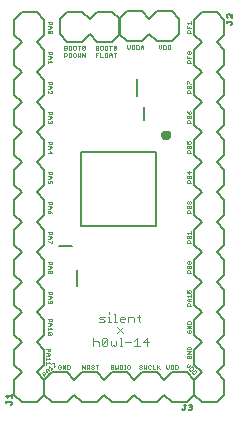
<source format=gbr>
G04 EAGLE Gerber RS-274X export*
G75*
%MOMM*%
%FSLAX34Y34*%
%LPD*%
%INSilkscreen Top*%
%IPPOS*%
%AMOC8*
5,1,8,0,0,1.08239X$1,22.5*%
G01*
%ADD10C,0.076200*%
%ADD11C,0.101600*%
%ADD12C,0.200000*%
%ADD13C,0.400000*%
%ADD14C,0.203200*%
%ADD15C,0.127000*%


D10*
X83864Y36155D02*
X83313Y36706D01*
X82212Y36706D01*
X81661Y36155D01*
X81661Y35604D01*
X82212Y35053D01*
X83313Y35053D01*
X83864Y34503D01*
X83864Y33952D01*
X83313Y33401D01*
X82212Y33401D01*
X81661Y33952D01*
X85403Y33401D02*
X85403Y36706D01*
X86505Y34503D02*
X85403Y33401D01*
X86505Y34503D02*
X87606Y33401D01*
X87606Y36706D01*
X89145Y36706D02*
X89145Y33401D01*
X90798Y33401D01*
X91348Y33952D01*
X91348Y36155D01*
X90798Y36706D01*
X89145Y36706D01*
X92887Y33401D02*
X93989Y33401D01*
X93438Y33401D02*
X93438Y36706D01*
X92887Y36706D02*
X93989Y36706D01*
X95933Y36706D02*
X97034Y36706D01*
X95933Y36706D02*
X95382Y36155D01*
X95382Y33952D01*
X95933Y33401D01*
X97034Y33401D01*
X97585Y33952D01*
X97585Y36155D01*
X97034Y36706D01*
X107443Y36706D02*
X107994Y36155D01*
X107443Y36706D02*
X106342Y36706D01*
X105791Y36155D01*
X105791Y35604D01*
X106342Y35053D01*
X107443Y35053D01*
X107994Y34503D01*
X107994Y33952D01*
X107443Y33401D01*
X106342Y33401D01*
X105791Y33952D01*
X109533Y33401D02*
X109533Y36706D01*
X110635Y34503D02*
X109533Y33401D01*
X110635Y34503D02*
X111736Y33401D01*
X111736Y36706D01*
X114928Y36706D02*
X115478Y36155D01*
X114928Y36706D02*
X113826Y36706D01*
X113275Y36155D01*
X113275Y33952D01*
X113826Y33401D01*
X114928Y33401D01*
X115478Y33952D01*
X117017Y33401D02*
X117017Y36706D01*
X117017Y33401D02*
X119220Y33401D01*
X120759Y33401D02*
X120759Y36706D01*
X120759Y34503D02*
X122962Y36706D01*
X121310Y35053D02*
X122962Y33401D01*
X57531Y33401D02*
X57531Y36706D01*
X59734Y33401D01*
X59734Y36706D01*
X61273Y36706D02*
X61273Y33401D01*
X61273Y36706D02*
X62925Y36706D01*
X63476Y36155D01*
X63476Y35053D01*
X62925Y34503D01*
X61273Y34503D01*
X62375Y34503D02*
X63476Y33401D01*
X66668Y36706D02*
X67218Y36155D01*
X66668Y36706D02*
X65566Y36706D01*
X65015Y36155D01*
X65015Y35604D01*
X65566Y35053D01*
X66668Y35053D01*
X67218Y34503D01*
X67218Y33952D01*
X66668Y33401D01*
X65566Y33401D01*
X65015Y33952D01*
X69859Y33401D02*
X69859Y36706D01*
X70960Y36706D02*
X68757Y36706D01*
X39414Y36155D02*
X38863Y36706D01*
X37762Y36706D01*
X37211Y36155D01*
X37211Y33952D01*
X37762Y33401D01*
X38863Y33401D01*
X39414Y33952D01*
X39414Y35053D01*
X38313Y35053D01*
X40953Y33401D02*
X40953Y36706D01*
X43156Y33401D01*
X43156Y36706D01*
X44695Y36706D02*
X44695Y33401D01*
X46348Y33401D01*
X46898Y33952D01*
X46898Y36155D01*
X46348Y36706D01*
X44695Y36706D01*
X128651Y36706D02*
X128651Y34503D01*
X129753Y33401D01*
X130854Y34503D01*
X130854Y36706D01*
X132393Y36706D02*
X132393Y33401D01*
X134045Y33401D01*
X134596Y33952D01*
X134596Y36155D01*
X134045Y36706D01*
X132393Y36706D01*
X136135Y36706D02*
X136135Y33401D01*
X137788Y33401D01*
X138338Y33952D01*
X138338Y36155D01*
X137788Y36706D01*
X136135Y36706D01*
X146174Y43943D02*
X146725Y44494D01*
X146174Y43943D02*
X146174Y42842D01*
X146725Y42291D01*
X148928Y42291D01*
X149479Y42842D01*
X149479Y43943D01*
X148928Y44494D01*
X147827Y44494D01*
X147827Y43393D01*
X149479Y46033D02*
X146174Y46033D01*
X149479Y48236D01*
X146174Y48236D01*
X146174Y49775D02*
X149479Y49775D01*
X149479Y51428D01*
X148928Y51978D01*
X146725Y51978D01*
X146174Y51428D01*
X146174Y49775D01*
X146174Y65533D02*
X146725Y66084D01*
X146174Y65533D02*
X146174Y64432D01*
X146725Y63881D01*
X148928Y63881D01*
X149479Y64432D01*
X149479Y65533D01*
X148928Y66084D01*
X147827Y66084D01*
X147827Y64983D01*
X149479Y67623D02*
X146174Y67623D01*
X149479Y69826D01*
X146174Y69826D01*
X146174Y71365D02*
X149479Y71365D01*
X149479Y73018D01*
X148928Y73568D01*
X146725Y73568D01*
X146174Y73018D01*
X146174Y71365D01*
X147502Y38051D02*
X145944Y36493D01*
X145944Y34935D01*
X147502Y34935D01*
X149059Y36493D01*
X150148Y35405D02*
X147811Y33068D01*
X148979Y31900D01*
X149758Y31900D01*
X151316Y33457D01*
X151316Y34236D01*
X150148Y35405D01*
X152794Y32759D02*
X150457Y30422D01*
X151625Y29253D01*
X152404Y29253D01*
X153962Y30811D01*
X153962Y31590D01*
X152794Y32759D01*
X122301Y305013D02*
X122301Y307216D01*
X122301Y305013D02*
X123403Y303911D01*
X124504Y305013D01*
X124504Y307216D01*
X126043Y307216D02*
X126043Y303911D01*
X127695Y303911D01*
X128246Y304462D01*
X128246Y306665D01*
X127695Y307216D01*
X126043Y307216D01*
X129785Y307216D02*
X129785Y303911D01*
X131438Y303911D01*
X131988Y304462D01*
X131988Y306665D01*
X131438Y307216D01*
X129785Y307216D01*
X95631Y307216D02*
X95631Y305013D01*
X96733Y303911D01*
X97834Y305013D01*
X97834Y307216D01*
X99373Y307216D02*
X99373Y303911D01*
X101025Y303911D01*
X101576Y304462D01*
X101576Y306665D01*
X101025Y307216D01*
X99373Y307216D01*
X103115Y307216D02*
X103115Y303911D01*
X104768Y303911D01*
X105318Y304462D01*
X105318Y306665D01*
X104768Y307216D01*
X103115Y307216D01*
X106857Y306114D02*
X106857Y303911D01*
X106857Y306114D02*
X107959Y307216D01*
X109060Y306114D01*
X109060Y303911D01*
X109060Y305563D02*
X106857Y305563D01*
X30356Y50419D02*
X27051Y50419D01*
X30356Y50419D02*
X30356Y48767D01*
X29805Y48216D01*
X28703Y48216D01*
X28153Y48767D01*
X28153Y50419D01*
X27051Y46677D02*
X29254Y46677D01*
X30356Y45575D01*
X29254Y44474D01*
X27051Y44474D01*
X28703Y44474D02*
X28703Y46677D01*
X29254Y42935D02*
X30356Y41833D01*
X27051Y41833D01*
X27051Y40732D02*
X27051Y42935D01*
X29254Y39193D02*
X30356Y38091D01*
X27051Y38091D01*
X27051Y36990D02*
X27051Y39193D01*
X23063Y29546D02*
X25400Y27209D01*
X23063Y29546D02*
X24232Y30714D01*
X25010Y30714D01*
X25789Y29935D01*
X25789Y29156D01*
X24621Y27988D01*
X28046Y29855D02*
X26488Y31413D01*
X26488Y32971D01*
X28046Y32971D01*
X29604Y31413D01*
X28435Y32581D02*
X26878Y31023D01*
X29134Y34059D02*
X29134Y35617D01*
X31471Y33280D01*
X30692Y32501D02*
X32250Y34059D01*
X33338Y35147D02*
X34896Y36705D01*
X33338Y35147D02*
X33338Y38263D01*
X32949Y38652D01*
X32170Y38652D01*
X31391Y37873D01*
X31391Y37094D01*
X31626Y75819D02*
X28321Y75819D01*
X31626Y75819D02*
X31626Y74167D01*
X31075Y73616D01*
X29973Y73616D01*
X29423Y74167D01*
X29423Y75819D01*
X28321Y72077D02*
X30524Y72077D01*
X31626Y70975D01*
X30524Y69874D01*
X28321Y69874D01*
X29973Y69874D02*
X29973Y72077D01*
X30524Y68335D02*
X31626Y67233D01*
X28321Y67233D01*
X28321Y66132D02*
X28321Y68335D01*
X28872Y64593D02*
X31075Y64593D01*
X31626Y64042D01*
X31626Y62940D01*
X31075Y62390D01*
X28872Y62390D01*
X28321Y62940D01*
X28321Y64042D01*
X28872Y64593D01*
X31075Y62390D01*
X31626Y98679D02*
X28321Y98679D01*
X31626Y98679D02*
X31626Y97027D01*
X31075Y96476D01*
X29973Y96476D01*
X29423Y97027D01*
X29423Y98679D01*
X28321Y94937D02*
X30524Y94937D01*
X31626Y93835D01*
X30524Y92734D01*
X28321Y92734D01*
X29973Y92734D02*
X29973Y94937D01*
X28872Y91195D02*
X28321Y90644D01*
X28321Y89542D01*
X28872Y88992D01*
X31075Y88992D01*
X31626Y89542D01*
X31626Y90644D01*
X31075Y91195D01*
X30524Y91195D01*
X29973Y90644D01*
X29973Y88992D01*
X28321Y124079D02*
X31626Y124079D01*
X31626Y122427D01*
X31075Y121876D01*
X29973Y121876D01*
X29423Y122427D01*
X29423Y124079D01*
X28321Y120337D02*
X30524Y120337D01*
X31626Y119235D01*
X30524Y118134D01*
X28321Y118134D01*
X29973Y118134D02*
X29973Y120337D01*
X31075Y116595D02*
X31626Y116044D01*
X31626Y114942D01*
X31075Y114392D01*
X30524Y114392D01*
X29973Y114942D01*
X29423Y114392D01*
X28872Y114392D01*
X28321Y114942D01*
X28321Y116044D01*
X28872Y116595D01*
X29423Y116595D01*
X29973Y116044D01*
X30524Y116595D01*
X31075Y116595D01*
X29973Y116044D02*
X29973Y114942D01*
X28321Y149479D02*
X31626Y149479D01*
X31626Y147827D01*
X31075Y147276D01*
X29973Y147276D01*
X29423Y147827D01*
X29423Y149479D01*
X28321Y145737D02*
X30524Y145737D01*
X31626Y144635D01*
X30524Y143534D01*
X28321Y143534D01*
X29973Y143534D02*
X29973Y145737D01*
X31626Y141995D02*
X31626Y139792D01*
X31075Y139792D01*
X28872Y141995D01*
X28321Y141995D01*
X28321Y174879D02*
X31626Y174879D01*
X31626Y173227D01*
X31075Y172676D01*
X29973Y172676D01*
X29423Y173227D01*
X29423Y174879D01*
X28321Y171137D02*
X30524Y171137D01*
X31626Y170035D01*
X30524Y168934D01*
X28321Y168934D01*
X29973Y168934D02*
X29973Y171137D01*
X31075Y166293D02*
X31626Y165192D01*
X31075Y166293D02*
X29973Y167395D01*
X28872Y167395D01*
X28321Y166844D01*
X28321Y165742D01*
X28872Y165192D01*
X29423Y165192D01*
X29973Y165742D01*
X29973Y167395D01*
X28321Y200279D02*
X31626Y200279D01*
X31626Y198627D01*
X31075Y198076D01*
X29973Y198076D01*
X29423Y198627D01*
X29423Y200279D01*
X28321Y196537D02*
X30524Y196537D01*
X31626Y195435D01*
X30524Y194334D01*
X28321Y194334D01*
X29973Y194334D02*
X29973Y196537D01*
X31626Y192795D02*
X31626Y190592D01*
X31626Y192795D02*
X29973Y192795D01*
X30524Y191693D01*
X30524Y191142D01*
X29973Y190592D01*
X28872Y190592D01*
X28321Y191142D01*
X28321Y192244D01*
X28872Y192795D01*
X28321Y225679D02*
X31626Y225679D01*
X31626Y224027D01*
X31075Y223476D01*
X29973Y223476D01*
X29423Y224027D01*
X29423Y225679D01*
X28321Y221937D02*
X30524Y221937D01*
X31626Y220835D01*
X30524Y219734D01*
X28321Y219734D01*
X29973Y219734D02*
X29973Y221937D01*
X28321Y216542D02*
X31626Y216542D01*
X29973Y218195D01*
X29973Y215992D01*
X28321Y251079D02*
X31626Y251079D01*
X31626Y249427D01*
X31075Y248876D01*
X29973Y248876D01*
X29423Y249427D01*
X29423Y251079D01*
X28321Y247337D02*
X30524Y247337D01*
X31626Y246235D01*
X30524Y245134D01*
X28321Y245134D01*
X29973Y245134D02*
X29973Y247337D01*
X31075Y243595D02*
X31626Y243044D01*
X31626Y241942D01*
X31075Y241392D01*
X30524Y241392D01*
X29973Y241942D01*
X29973Y242493D01*
X29973Y241942D02*
X29423Y241392D01*
X28872Y241392D01*
X28321Y241942D01*
X28321Y243044D01*
X28872Y243595D01*
X28321Y276479D02*
X31626Y276479D01*
X31626Y274827D01*
X31075Y274276D01*
X29973Y274276D01*
X29423Y274827D01*
X29423Y276479D01*
X28321Y272737D02*
X30524Y272737D01*
X31626Y271635D01*
X30524Y270534D01*
X28321Y270534D01*
X29973Y270534D02*
X29973Y272737D01*
X28321Y268995D02*
X28321Y266792D01*
X28321Y268995D02*
X30524Y266792D01*
X31075Y266792D01*
X31626Y267342D01*
X31626Y268444D01*
X31075Y268995D01*
X31626Y301879D02*
X28321Y301879D01*
X31626Y301879D02*
X31626Y300227D01*
X31075Y299676D01*
X29973Y299676D01*
X29423Y300227D01*
X29423Y301879D01*
X28321Y298137D02*
X30524Y298137D01*
X31626Y297035D01*
X30524Y295934D01*
X28321Y295934D01*
X29973Y295934D02*
X29973Y298137D01*
X30524Y294395D02*
X31626Y293293D01*
X28321Y293293D01*
X28321Y292192D02*
X28321Y294395D01*
X28321Y327279D02*
X31626Y327279D01*
X31626Y325627D01*
X31075Y325076D01*
X29973Y325076D01*
X29423Y325627D01*
X29423Y327279D01*
X28321Y323537D02*
X30524Y323537D01*
X31626Y322435D01*
X30524Y321334D01*
X28321Y321334D01*
X29973Y321334D02*
X29973Y323537D01*
X28872Y319795D02*
X31075Y319795D01*
X31626Y319244D01*
X31626Y318142D01*
X31075Y317592D01*
X28872Y317592D01*
X28321Y318142D01*
X28321Y319244D01*
X28872Y319795D01*
X31075Y317592D01*
X146174Y86741D02*
X149479Y86741D01*
X146174Y86741D02*
X146174Y88393D01*
X146725Y88944D01*
X147827Y88944D01*
X148377Y88393D01*
X148377Y86741D01*
X149479Y90483D02*
X147276Y90483D01*
X146174Y91585D01*
X147276Y92686D01*
X149479Y92686D01*
X147827Y92686D02*
X147827Y90483D01*
X147276Y94225D02*
X146174Y95327D01*
X149479Y95327D01*
X149479Y96428D02*
X149479Y94225D01*
X146174Y97967D02*
X146174Y100170D01*
X146174Y97967D02*
X147827Y97967D01*
X147276Y99069D01*
X147276Y99620D01*
X147827Y100170D01*
X148928Y100170D01*
X149479Y99620D01*
X149479Y98518D01*
X148928Y97967D01*
X149479Y114681D02*
X146174Y114681D01*
X146174Y116333D01*
X146725Y116884D01*
X147827Y116884D01*
X148377Y116333D01*
X148377Y114681D01*
X149479Y118423D02*
X146174Y118423D01*
X146174Y120075D01*
X146725Y120626D01*
X147276Y120626D01*
X147827Y120075D01*
X148377Y120626D01*
X148928Y120626D01*
X149479Y120075D01*
X149479Y118423D01*
X147827Y118423D02*
X147827Y120075D01*
X148928Y122165D02*
X146725Y122165D01*
X146174Y122716D01*
X146174Y123818D01*
X146725Y124368D01*
X148928Y124368D01*
X149479Y123818D01*
X149479Y122716D01*
X148928Y122165D01*
X146725Y124368D01*
X146174Y140081D02*
X149479Y140081D01*
X146174Y140081D02*
X146174Y141733D01*
X146725Y142284D01*
X147827Y142284D01*
X148377Y141733D01*
X148377Y140081D01*
X149479Y143823D02*
X146174Y143823D01*
X146174Y145475D01*
X146725Y146026D01*
X147276Y146026D01*
X147827Y145475D01*
X148377Y146026D01*
X148928Y146026D01*
X149479Y145475D01*
X149479Y143823D01*
X147827Y143823D02*
X147827Y145475D01*
X147276Y147565D02*
X146174Y148667D01*
X149479Y148667D01*
X149479Y149768D02*
X149479Y147565D01*
X149479Y165481D02*
X146174Y165481D01*
X146174Y167133D01*
X146725Y167684D01*
X147827Y167684D01*
X148377Y167133D01*
X148377Y165481D01*
X149479Y169223D02*
X146174Y169223D01*
X146174Y170875D01*
X146725Y171426D01*
X147276Y171426D01*
X147827Y170875D01*
X148377Y171426D01*
X148928Y171426D01*
X149479Y170875D01*
X149479Y169223D01*
X147827Y169223D02*
X147827Y170875D01*
X146725Y172965D02*
X146174Y173516D01*
X146174Y174618D01*
X146725Y175168D01*
X147276Y175168D01*
X147827Y174618D01*
X147827Y174067D01*
X147827Y174618D02*
X148377Y175168D01*
X148928Y175168D01*
X149479Y174618D01*
X149479Y173516D01*
X148928Y172965D01*
X149479Y190881D02*
X146174Y190881D01*
X146174Y192533D01*
X146725Y193084D01*
X147827Y193084D01*
X148377Y192533D01*
X148377Y190881D01*
X149479Y194623D02*
X146174Y194623D01*
X146174Y196275D01*
X146725Y196826D01*
X147276Y196826D01*
X147827Y196275D01*
X148377Y196826D01*
X148928Y196826D01*
X149479Y196275D01*
X149479Y194623D01*
X147827Y194623D02*
X147827Y196275D01*
X149479Y200018D02*
X146174Y200018D01*
X147827Y198365D01*
X147827Y200568D01*
X149479Y216281D02*
X146174Y216281D01*
X146174Y217933D01*
X146725Y218484D01*
X147827Y218484D01*
X148377Y217933D01*
X148377Y216281D01*
X149479Y220023D02*
X146174Y220023D01*
X146174Y221675D01*
X146725Y222226D01*
X147276Y222226D01*
X147827Y221675D01*
X148377Y222226D01*
X148928Y222226D01*
X149479Y221675D01*
X149479Y220023D01*
X147827Y220023D02*
X147827Y221675D01*
X146174Y223765D02*
X146174Y225968D01*
X146174Y223765D02*
X147827Y223765D01*
X147276Y224867D01*
X147276Y225418D01*
X147827Y225968D01*
X148928Y225968D01*
X149479Y225418D01*
X149479Y224316D01*
X148928Y223765D01*
X149479Y241681D02*
X146174Y241681D01*
X146174Y243333D01*
X146725Y243884D01*
X147827Y243884D01*
X148377Y243333D01*
X148377Y241681D01*
X149479Y245423D02*
X146174Y245423D01*
X146174Y247075D01*
X146725Y247626D01*
X147276Y247626D01*
X147827Y247075D01*
X148377Y247626D01*
X148928Y247626D01*
X149479Y247075D01*
X149479Y245423D01*
X147827Y245423D02*
X147827Y247075D01*
X146725Y250267D02*
X146174Y251368D01*
X146725Y250267D02*
X147827Y249165D01*
X148928Y249165D01*
X149479Y249716D01*
X149479Y250818D01*
X148928Y251368D01*
X148377Y251368D01*
X147827Y250818D01*
X147827Y249165D01*
X149479Y267081D02*
X146174Y267081D01*
X146174Y268733D01*
X146725Y269284D01*
X147827Y269284D01*
X148377Y268733D01*
X148377Y267081D01*
X149479Y270823D02*
X146174Y270823D01*
X146174Y272475D01*
X146725Y273026D01*
X147276Y273026D01*
X147827Y272475D01*
X148377Y273026D01*
X148928Y273026D01*
X149479Y272475D01*
X149479Y270823D01*
X147827Y270823D02*
X147827Y272475D01*
X146174Y274565D02*
X146174Y276768D01*
X146725Y276768D01*
X148928Y274565D01*
X149479Y274565D01*
X149479Y292481D02*
X146174Y292481D01*
X146174Y294133D01*
X146725Y294684D01*
X147827Y294684D01*
X148377Y294133D01*
X148377Y292481D01*
X149479Y296223D02*
X146174Y296223D01*
X146174Y298426D01*
X147827Y297325D02*
X147827Y296223D01*
X148928Y299965D02*
X146725Y299965D01*
X146174Y300516D01*
X146174Y301618D01*
X146725Y302168D01*
X148928Y302168D01*
X149479Y301618D01*
X149479Y300516D01*
X148928Y299965D01*
X146725Y302168D01*
X146174Y317881D02*
X149479Y317881D01*
X146174Y317881D02*
X146174Y319533D01*
X146725Y320084D01*
X147827Y320084D01*
X148377Y319533D01*
X148377Y317881D01*
X149479Y321623D02*
X146174Y321623D01*
X146174Y323826D01*
X147827Y322725D02*
X147827Y321623D01*
X147276Y325365D02*
X146174Y326467D01*
X149479Y326467D01*
X149479Y327568D02*
X149479Y325365D01*
D11*
X75187Y72898D02*
X71628Y72898D01*
X75187Y72898D02*
X76373Y74084D01*
X75187Y75271D01*
X72814Y75271D01*
X71628Y76457D01*
X72814Y77643D01*
X76373Y77643D01*
X79112Y77643D02*
X80299Y77643D01*
X80299Y72898D01*
X81485Y72898D02*
X79112Y72898D01*
X80299Y80016D02*
X80299Y81202D01*
X84102Y80016D02*
X85288Y80016D01*
X85288Y72898D01*
X84102Y72898D02*
X86474Y72898D01*
X90277Y72898D02*
X92650Y72898D01*
X90277Y72898D02*
X89091Y74084D01*
X89091Y76457D01*
X90277Y77643D01*
X92650Y77643D01*
X93836Y76457D01*
X93836Y75271D01*
X89091Y75271D01*
X96575Y77643D02*
X96575Y72898D01*
X96575Y77643D02*
X100134Y77643D01*
X101321Y76457D01*
X101321Y72898D01*
X105246Y74084D02*
X105246Y78830D01*
X105246Y74084D02*
X106432Y72898D01*
X106432Y77643D02*
X104059Y77643D01*
X91613Y64008D02*
X86868Y68753D01*
X86868Y64008D02*
X91613Y68753D01*
X66548Y59696D02*
X66548Y52578D01*
X66548Y56137D02*
X67734Y57323D01*
X70107Y57323D01*
X71293Y56137D01*
X71293Y52578D01*
X74032Y53764D02*
X74032Y58510D01*
X75219Y59696D01*
X77591Y59696D01*
X78778Y58510D01*
X78778Y53764D01*
X77591Y52578D01*
X75219Y52578D01*
X74032Y53764D01*
X78778Y58510D01*
X81516Y57323D02*
X81516Y53764D01*
X82703Y52578D01*
X83889Y53764D01*
X85075Y52578D01*
X86262Y53764D01*
X86262Y57323D01*
X89000Y59696D02*
X90187Y59696D01*
X90187Y52578D01*
X91373Y52578D02*
X89000Y52578D01*
X93990Y56137D02*
X98735Y56137D01*
X101474Y57323D02*
X103847Y59696D01*
X103847Y52578D01*
X106219Y52578D02*
X101474Y52578D01*
X112517Y52578D02*
X112517Y59696D01*
X108958Y56137D01*
X113704Y56137D01*
D10*
X68961Y303657D02*
X68961Y306962D01*
X70613Y306962D01*
X71164Y306411D01*
X71164Y305860D01*
X70613Y305309D01*
X71164Y304759D01*
X71164Y304208D01*
X70613Y303657D01*
X68961Y303657D01*
X68961Y305309D02*
X70613Y305309D01*
X73254Y306962D02*
X74355Y306962D01*
X73254Y306962D02*
X72703Y306411D01*
X72703Y304208D01*
X73254Y303657D01*
X74355Y303657D01*
X74906Y304208D01*
X74906Y306411D01*
X74355Y306962D01*
X76996Y306962D02*
X78098Y306962D01*
X76996Y306962D02*
X76445Y306411D01*
X76445Y304208D01*
X76996Y303657D01*
X78098Y303657D01*
X78648Y304208D01*
X78648Y306411D01*
X78098Y306962D01*
X81289Y306962D02*
X81289Y303657D01*
X80187Y306962D02*
X82390Y306962D01*
X83929Y306411D02*
X83929Y304208D01*
X83929Y306411D02*
X84480Y306962D01*
X85582Y306962D01*
X86132Y306411D01*
X86132Y304208D01*
X85582Y303657D01*
X84480Y303657D01*
X83929Y304208D01*
X86132Y306411D01*
X68961Y300866D02*
X68961Y297561D01*
X68961Y300866D02*
X71164Y300866D01*
X70063Y299213D02*
X68961Y299213D01*
X72703Y300866D02*
X72703Y297561D01*
X74906Y297561D01*
X76996Y300866D02*
X78098Y300866D01*
X76996Y300866D02*
X76445Y300315D01*
X76445Y298112D01*
X76996Y297561D01*
X78098Y297561D01*
X78648Y298112D01*
X78648Y300315D01*
X78098Y300866D01*
X80187Y299764D02*
X80187Y297561D01*
X80187Y299764D02*
X81289Y300866D01*
X82390Y299764D01*
X82390Y297561D01*
X82390Y299213D02*
X80187Y299213D01*
X85031Y297561D02*
X85031Y300866D01*
X86132Y300866D02*
X83929Y300866D01*
X42291Y303657D02*
X42291Y306962D01*
X43943Y306962D01*
X44494Y306411D01*
X44494Y305860D01*
X43943Y305309D01*
X44494Y304759D01*
X44494Y304208D01*
X43943Y303657D01*
X42291Y303657D01*
X42291Y305309D02*
X43943Y305309D01*
X46584Y306962D02*
X47685Y306962D01*
X46584Y306962D02*
X46033Y306411D01*
X46033Y304208D01*
X46584Y303657D01*
X47685Y303657D01*
X48236Y304208D01*
X48236Y306411D01*
X47685Y306962D01*
X50326Y306962D02*
X51428Y306962D01*
X50326Y306962D02*
X49775Y306411D01*
X49775Y304208D01*
X50326Y303657D01*
X51428Y303657D01*
X51978Y304208D01*
X51978Y306411D01*
X51428Y306962D01*
X54619Y306962D02*
X54619Y303657D01*
X53517Y306962D02*
X55720Y306962D01*
X57259Y306411D02*
X57259Y304208D01*
X57259Y306411D02*
X57810Y306962D01*
X58912Y306962D01*
X59462Y306411D01*
X59462Y304208D01*
X58912Y303657D01*
X57810Y303657D01*
X57259Y304208D01*
X59462Y306411D01*
X42291Y300866D02*
X42291Y297561D01*
X42291Y300866D02*
X43943Y300866D01*
X44494Y300315D01*
X44494Y299213D01*
X43943Y298663D01*
X42291Y298663D01*
X46033Y297561D02*
X46033Y300866D01*
X46033Y297561D02*
X47685Y297561D01*
X48236Y298112D01*
X48236Y300315D01*
X47685Y300866D01*
X46033Y300866D01*
X50326Y300866D02*
X51428Y300866D01*
X50326Y300866D02*
X49775Y300315D01*
X49775Y298112D01*
X50326Y297561D01*
X51428Y297561D01*
X51978Y298112D01*
X51978Y300315D01*
X51428Y300866D01*
X53517Y300866D02*
X53517Y297561D01*
X54619Y298663D01*
X55720Y297561D01*
X55720Y300866D01*
X57259Y300866D02*
X57259Y297561D01*
X59462Y297561D02*
X57259Y300866D01*
X59462Y300866D02*
X59462Y297561D01*
D12*
X119656Y217228D02*
X119656Y154228D01*
X56656Y154228D01*
X56656Y217228D01*
X119656Y217228D01*
D13*
X126156Y231478D02*
X126158Y231567D01*
X126164Y231656D01*
X126174Y231745D01*
X126188Y231833D01*
X126205Y231920D01*
X126227Y232006D01*
X126253Y232092D01*
X126282Y232176D01*
X126315Y232259D01*
X126351Y232340D01*
X126392Y232420D01*
X126435Y232497D01*
X126482Y232573D01*
X126533Y232646D01*
X126586Y232717D01*
X126643Y232786D01*
X126703Y232852D01*
X126766Y232916D01*
X126831Y232976D01*
X126899Y233034D01*
X126970Y233088D01*
X127043Y233139D01*
X127118Y233187D01*
X127195Y233232D01*
X127274Y233273D01*
X127355Y233310D01*
X127437Y233344D01*
X127521Y233375D01*
X127606Y233401D01*
X127692Y233424D01*
X127779Y233442D01*
X127867Y233457D01*
X127956Y233468D01*
X128045Y233475D01*
X128134Y233478D01*
X128223Y233477D01*
X128312Y233472D01*
X128400Y233463D01*
X128489Y233450D01*
X128576Y233433D01*
X128663Y233413D01*
X128749Y233388D01*
X128833Y233360D01*
X128916Y233328D01*
X128998Y233292D01*
X129078Y233253D01*
X129156Y233210D01*
X129232Y233164D01*
X129306Y233114D01*
X129378Y233061D01*
X129447Y233005D01*
X129514Y232946D01*
X129578Y232884D01*
X129639Y232820D01*
X129698Y232752D01*
X129753Y232682D01*
X129805Y232610D01*
X129854Y232535D01*
X129899Y232459D01*
X129941Y232380D01*
X129979Y232300D01*
X130014Y232218D01*
X130045Y232134D01*
X130073Y232049D01*
X130096Y231963D01*
X130116Y231876D01*
X130132Y231789D01*
X130144Y231700D01*
X130152Y231612D01*
X130156Y231523D01*
X130156Y231433D01*
X130152Y231344D01*
X130144Y231256D01*
X130132Y231167D01*
X130116Y231080D01*
X130096Y230993D01*
X130073Y230907D01*
X130045Y230822D01*
X130014Y230738D01*
X129979Y230656D01*
X129941Y230576D01*
X129899Y230497D01*
X129854Y230421D01*
X129805Y230346D01*
X129753Y230274D01*
X129698Y230204D01*
X129639Y230136D01*
X129578Y230072D01*
X129514Y230010D01*
X129447Y229951D01*
X129378Y229895D01*
X129306Y229842D01*
X129232Y229792D01*
X129156Y229746D01*
X129078Y229703D01*
X128998Y229664D01*
X128916Y229628D01*
X128833Y229596D01*
X128749Y229568D01*
X128663Y229543D01*
X128576Y229523D01*
X128489Y229506D01*
X128400Y229493D01*
X128312Y229484D01*
X128223Y229479D01*
X128134Y229478D01*
X128045Y229481D01*
X127956Y229488D01*
X127867Y229499D01*
X127779Y229514D01*
X127692Y229532D01*
X127606Y229555D01*
X127521Y229581D01*
X127437Y229612D01*
X127355Y229646D01*
X127274Y229683D01*
X127195Y229724D01*
X127118Y229769D01*
X127043Y229817D01*
X126970Y229868D01*
X126899Y229922D01*
X126831Y229980D01*
X126766Y230040D01*
X126703Y230104D01*
X126643Y230170D01*
X126586Y230239D01*
X126533Y230310D01*
X126482Y230383D01*
X126435Y230459D01*
X126392Y230536D01*
X126351Y230616D01*
X126315Y230697D01*
X126282Y230780D01*
X126253Y230864D01*
X126227Y230950D01*
X126205Y231036D01*
X126188Y231123D01*
X126174Y231211D01*
X126164Y231300D01*
X126158Y231389D01*
X126156Y231478D01*
D14*
X0Y176530D02*
X0Y163830D01*
X0Y176530D02*
X6350Y182880D01*
X19050Y182880D02*
X25400Y176530D01*
X0Y138430D02*
X6350Y132080D01*
X0Y138430D02*
X0Y151130D01*
X6350Y157480D01*
X19050Y157480D02*
X25400Y151130D01*
X25400Y138430D01*
X19050Y132080D01*
X6350Y157480D02*
X0Y163830D01*
X19050Y157480D02*
X25400Y163830D01*
X25400Y176530D01*
X0Y100330D02*
X0Y87630D01*
X0Y100330D02*
X6350Y106680D01*
X19050Y106680D02*
X25400Y100330D01*
X6350Y106680D02*
X0Y113030D01*
X0Y125730D01*
X6350Y132080D01*
X19050Y132080D02*
X25400Y125730D01*
X25400Y113030D01*
X19050Y106680D01*
X0Y62230D02*
X6350Y55880D01*
X0Y62230D02*
X0Y74930D01*
X6350Y81280D01*
X19050Y81280D02*
X25400Y74930D01*
X25400Y62230D01*
X19050Y55880D01*
X6350Y81280D02*
X0Y87630D01*
X19050Y81280D02*
X25400Y87630D01*
X25400Y100330D01*
X0Y24130D02*
X0Y11430D01*
X0Y24130D02*
X6350Y30480D01*
X19050Y30480D02*
X25400Y24130D01*
X6350Y30480D02*
X0Y36830D01*
X0Y49530D01*
X6350Y55880D01*
X19050Y55880D02*
X25400Y49530D01*
X25400Y36830D01*
X19050Y30480D01*
X19050Y5080D02*
X6350Y5080D01*
X0Y11430D01*
X19050Y5080D02*
X25400Y11430D01*
X25400Y24130D01*
X6350Y309880D02*
X0Y316230D01*
X0Y328930D01*
X6350Y335280D01*
X19050Y335280D02*
X25400Y328930D01*
X25400Y316230D01*
X19050Y309880D01*
X19050Y335280D02*
X6350Y335280D01*
X0Y278130D02*
X0Y265430D01*
X0Y278130D02*
X6350Y284480D01*
X19050Y284480D02*
X25400Y278130D01*
X6350Y284480D02*
X0Y290830D01*
X0Y303530D01*
X6350Y309880D01*
X19050Y309880D02*
X25400Y303530D01*
X25400Y290830D01*
X19050Y284480D01*
X0Y240030D02*
X6350Y233680D01*
X0Y240030D02*
X0Y252730D01*
X6350Y259080D01*
X19050Y259080D02*
X25400Y252730D01*
X25400Y240030D01*
X19050Y233680D01*
X6350Y259080D02*
X0Y265430D01*
X19050Y259080D02*
X25400Y265430D01*
X25400Y278130D01*
X0Y201930D02*
X0Y189230D01*
X0Y201930D02*
X6350Y208280D01*
X19050Y208280D02*
X25400Y201930D01*
X6350Y208280D02*
X0Y214630D01*
X0Y227330D01*
X6350Y233680D01*
X19050Y233680D02*
X25400Y227330D01*
X25400Y214630D01*
X19050Y208280D01*
X0Y189230D02*
X6350Y182880D01*
X19050Y182880D02*
X25400Y189230D01*
X25400Y201930D01*
D15*
X-1905Y3980D02*
X-2710Y3175D01*
X-1905Y3980D02*
X-1905Y4785D01*
X-2710Y5590D01*
X-6735Y5590D01*
X-6735Y4785D02*
X-6735Y6395D01*
X-5125Y8788D02*
X-6735Y10398D01*
X-1905Y10398D01*
X-1905Y8788D02*
X-1905Y12008D01*
D14*
X177800Y163830D02*
X177800Y176530D01*
X177800Y163830D02*
X171450Y157480D01*
X158750Y157480D02*
X152400Y163830D01*
X177800Y201930D02*
X171450Y208280D01*
X177800Y201930D02*
X177800Y189230D01*
X171450Y182880D01*
X158750Y182880D02*
X152400Y189230D01*
X152400Y201930D01*
X158750Y208280D01*
X171450Y182880D02*
X177800Y176530D01*
X158750Y182880D02*
X152400Y176530D01*
X152400Y163830D01*
X177800Y240030D02*
X177800Y252730D01*
X177800Y240030D02*
X171450Y233680D01*
X158750Y233680D02*
X152400Y240030D01*
X171450Y233680D02*
X177800Y227330D01*
X177800Y214630D01*
X171450Y208280D01*
X158750Y208280D02*
X152400Y214630D01*
X152400Y227330D01*
X158750Y233680D01*
X177800Y278130D02*
X171450Y284480D01*
X177800Y278130D02*
X177800Y265430D01*
X171450Y259080D01*
X158750Y259080D02*
X152400Y265430D01*
X152400Y278130D01*
X158750Y284480D01*
X171450Y259080D02*
X177800Y252730D01*
X158750Y259080D02*
X152400Y252730D01*
X152400Y240030D01*
X177800Y316230D02*
X177800Y328930D01*
X177800Y316230D02*
X171450Y309880D01*
X158750Y309880D02*
X152400Y316230D01*
X171450Y309880D02*
X177800Y303530D01*
X177800Y290830D01*
X171450Y284480D01*
X158750Y284480D02*
X152400Y290830D01*
X152400Y303530D01*
X158750Y309880D01*
X158750Y335280D02*
X171450Y335280D01*
X177800Y328930D01*
X158750Y335280D02*
X152400Y328930D01*
X152400Y316230D01*
X171450Y30480D02*
X177800Y24130D01*
X177800Y11430D01*
X171450Y5080D01*
X158750Y5080D02*
X152400Y11430D01*
X152400Y24130D01*
X158750Y30480D01*
X158750Y5080D02*
X171450Y5080D01*
X177800Y62230D02*
X177800Y74930D01*
X177800Y62230D02*
X171450Y55880D01*
X158750Y55880D02*
X152400Y62230D01*
X171450Y55880D02*
X177800Y49530D01*
X177800Y36830D01*
X171450Y30480D01*
X158750Y30480D02*
X152400Y36830D01*
X152400Y49530D01*
X158750Y55880D01*
X177800Y100330D02*
X171450Y106680D01*
X177800Y100330D02*
X177800Y87630D01*
X171450Y81280D01*
X158750Y81280D02*
X152400Y87630D01*
X152400Y100330D01*
X158750Y106680D01*
X171450Y81280D02*
X177800Y74930D01*
X158750Y81280D02*
X152400Y74930D01*
X152400Y62230D01*
X177800Y138430D02*
X177800Y151130D01*
X177800Y138430D02*
X171450Y132080D01*
X158750Y132080D02*
X152400Y138430D01*
X171450Y132080D02*
X177800Y125730D01*
X177800Y113030D01*
X171450Y106680D01*
X158750Y106680D02*
X152400Y113030D01*
X152400Y125730D01*
X158750Y132080D01*
X177800Y151130D02*
X171450Y157480D01*
X158750Y157480D02*
X152400Y151130D01*
X152400Y138430D01*
D15*
X183726Y324689D02*
X184531Y325494D01*
X184531Y326299D01*
X183726Y327104D01*
X179701Y327104D01*
X179701Y326299D02*
X179701Y327909D01*
X184531Y330302D02*
X184531Y333522D01*
X184531Y330302D02*
X181311Y333522D01*
X180506Y333522D01*
X179701Y332717D01*
X179701Y331107D01*
X180506Y330302D01*
D14*
X69850Y5080D02*
X57150Y5080D01*
X50800Y11430D01*
X50800Y24130D02*
X57150Y30480D01*
X50800Y11430D02*
X44450Y5080D01*
X31750Y5080D01*
X25400Y11430D01*
X25400Y24130D02*
X31750Y30480D01*
X44450Y30480D01*
X50800Y24130D01*
X95250Y5080D02*
X101600Y11430D01*
X95250Y5080D02*
X82550Y5080D01*
X76200Y11430D01*
X76200Y24130D02*
X82550Y30480D01*
X95250Y30480D01*
X101600Y24130D01*
X76200Y11430D02*
X69850Y5080D01*
X76200Y24130D02*
X69850Y30480D01*
X57150Y30480D01*
X133350Y5080D02*
X146050Y5080D01*
X133350Y5080D02*
X127000Y11430D01*
X127000Y24130D02*
X133350Y30480D01*
X127000Y11430D02*
X120650Y5080D01*
X107950Y5080D01*
X101600Y11430D01*
X101600Y24130D02*
X107950Y30480D01*
X120650Y30480D01*
X127000Y24130D01*
X152400Y24130D02*
X152400Y11430D01*
X146050Y5080D01*
X152400Y24130D02*
X146050Y30480D01*
X133350Y30480D01*
X25400Y24130D02*
X25400Y11430D01*
D15*
X141809Y-846D02*
X142614Y-1651D01*
X143419Y-1651D01*
X144224Y-846D01*
X144224Y3179D01*
X143419Y3179D02*
X145029Y3179D01*
X147422Y2374D02*
X148227Y3179D01*
X149837Y3179D01*
X150642Y2374D01*
X150642Y1569D01*
X149837Y764D01*
X149032Y764D01*
X149837Y764D02*
X150642Y-41D01*
X150642Y-846D01*
X149837Y-1651D01*
X148227Y-1651D01*
X147422Y-846D01*
D12*
X109964Y244414D02*
X109964Y254914D01*
X48430Y137160D02*
X37930Y137160D01*
X104140Y264780D02*
X104140Y278780D01*
X53340Y117490D02*
X53340Y103490D01*
D14*
X94996Y336042D02*
X107696Y336042D01*
X114046Y329692D01*
X114046Y316992D02*
X107696Y310642D01*
X114046Y329692D02*
X120396Y336042D01*
X133096Y336042D01*
X139446Y329692D01*
X139446Y316992D02*
X133096Y310642D01*
X120396Y310642D01*
X114046Y316992D01*
X88646Y316992D02*
X88646Y329692D01*
X94996Y336042D01*
X88646Y316992D02*
X94996Y310642D01*
X107696Y310642D01*
X139446Y316992D02*
X139446Y329692D01*
X57404Y335534D02*
X44704Y335534D01*
X57404Y335534D02*
X63754Y329184D01*
X63754Y316484D02*
X57404Y310134D01*
X63754Y329184D02*
X70104Y335534D01*
X82804Y335534D01*
X89154Y329184D01*
X89154Y316484D02*
X82804Y310134D01*
X70104Y310134D01*
X63754Y316484D01*
X38354Y316484D02*
X38354Y329184D01*
X44704Y335534D01*
X38354Y316484D02*
X44704Y310134D01*
X57404Y310134D01*
X89154Y316484D02*
X89154Y329184D01*
M02*

</source>
